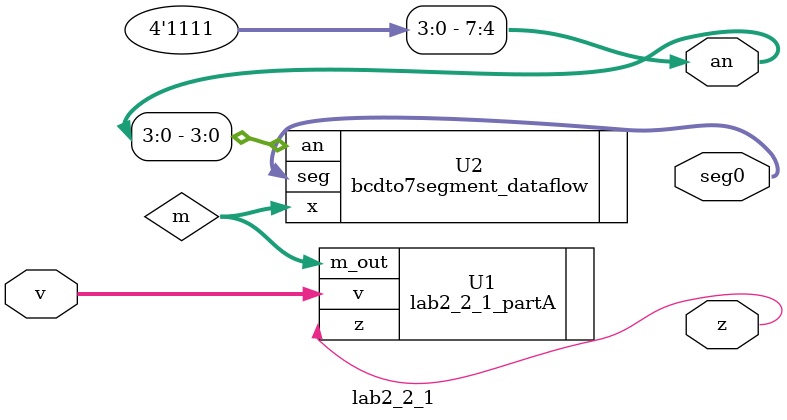
<source format=v>
`timescale 1ns / 1ps

module lab2_2_1(
    input [3:0] v,
    output z,
	output [7:0] an,
    output [6:0] seg0
    );
        
	wire [3:0] m;

	lab2_2_1_partA U1 (.v(v), .z(z), .m_out(m));
	bcdto7segment_dataflow U2 (.x(m), .an(an[3:0]), .seg(seg0)
	);
	assign an[7:4] = 4'b1111;
	
endmodule
</source>
